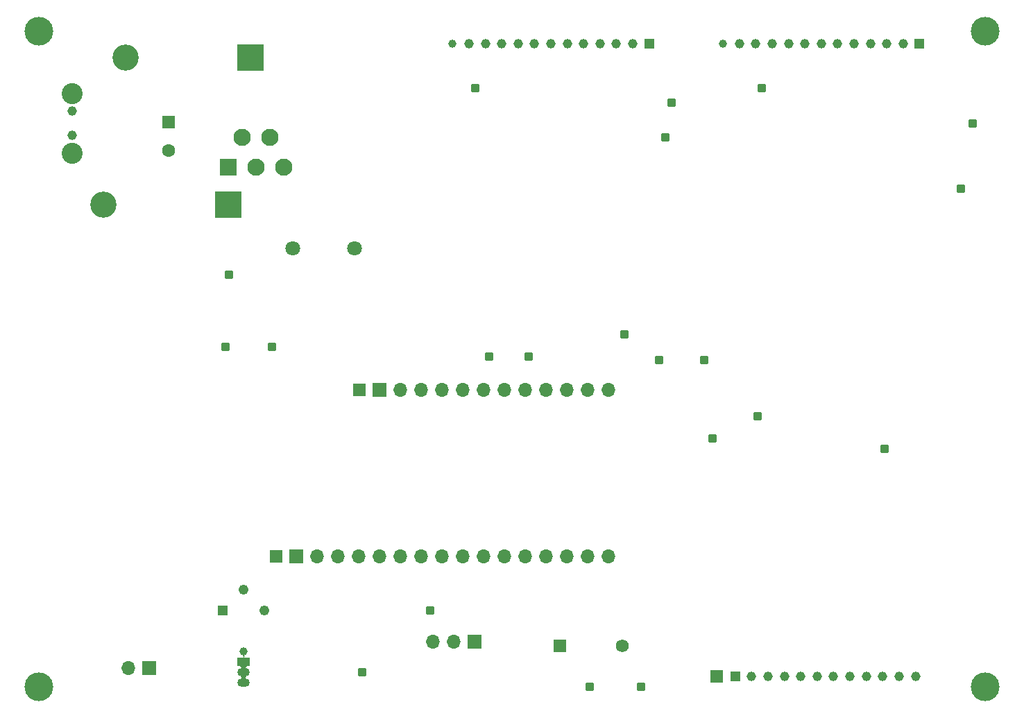
<source format=gbs>
%TF.GenerationSoftware,KiCad,Pcbnew,(6.0.4)*%
%TF.CreationDate,2022-05-08T16:00:54-07:00*%
%TF.ProjectId,lta-logic-module,6c74612d-6c6f-4676-9963-2d6d6f64756c,rev?*%
%TF.SameCoordinates,PX1042990PY10b0760*%
%TF.FileFunction,Soldermask,Bot*%
%TF.FilePolarity,Negative*%
%FSLAX46Y46*%
G04 Gerber Fmt 4.6, Leading zero omitted, Abs format (unit mm)*
G04 Created by KiCad (PCBNEW (6.0.4)) date 2022-05-08 16:00:54*
%MOMM*%
%LPD*%
G01*
G04 APERTURE LIST*
G04 Aperture macros list*
%AMRoundRect*
0 Rectangle with rounded corners*
0 $1 Rounding radius*
0 $2 $3 $4 $5 $6 $7 $8 $9 X,Y pos of 4 corners*
0 Add a 4 corners polygon primitive as box body*
4,1,4,$2,$3,$4,$5,$6,$7,$8,$9,$2,$3,0*
0 Add four circle primitives for the rounded corners*
1,1,$1+$1,$2,$3*
1,1,$1+$1,$4,$5*
1,1,$1+$1,$6,$7*
1,1,$1+$1,$8,$9*
0 Add four rect primitives between the rounded corners*
20,1,$1+$1,$2,$3,$4,$5,0*
20,1,$1+$1,$4,$5,$6,$7,0*
20,1,$1+$1,$6,$7,$8,$9,0*
20,1,$1+$1,$8,$9,$2,$3,0*%
G04 Aperture macros list end*
%ADD10C,1.000000*%
%ADD11R,1.500000X1.500000*%
%ADD12RoundRect,0.100000X-0.400000X-0.400000X0.400000X-0.400000X0.400000X0.400000X-0.400000X0.400000X0*%
%ADD13C,1.800000*%
%ADD14RoundRect,0.100000X-0.400000X0.400000X-0.400000X-0.400000X0.400000X-0.400000X0.400000X0.400000X0*%
%ADD15R,1.222000X1.222000*%
%ADD16C,1.222000*%
%ADD17R,1.500000X1.050000*%
%ADD18O,1.500000X1.050000*%
%ADD19C,3.500000*%
%ADD20R,1.150000X1.150000*%
%ADD21C,1.150000*%
%ADD22R,3.200000X3.200000*%
%ADD23O,3.200000X3.200000*%
%ADD24R,1.580000X1.580000*%
%ADD25C,1.580000*%
%ADD26R,1.600000X1.600000*%
%ADD27C,1.600000*%
%ADD28R,1.700000X1.700000*%
%ADD29O,1.700000X1.700000*%
%ADD30C,1.170000*%
%ADD31C,2.560000*%
%ADD32R,2.100000X2.100000*%
%ADD33C,2.100000*%
G04 APERTURE END LIST*
D10*
%TO.C,TP27*%
X29750000Y-80500000D03*
%TD*%
D11*
%TO.C,TP26*%
X87500000Y-83500000D03*
%TD*%
D10*
%TO.C,TP25*%
X55250000Y-6250000D03*
%TD*%
%TO.C,TP24*%
X88250000Y-6250000D03*
%TD*%
D11*
%TO.C,TP23*%
X43850000Y-48500000D03*
%TD*%
%TO.C,TP22*%
X33700000Y-68840000D03*
%TD*%
D12*
%TO.C,TP1*%
X78250000Y-84750000D03*
%TD*%
%TO.C,TP21*%
X86000000Y-44894736D03*
%TD*%
%TO.C,TP19*%
X52500000Y-75500000D03*
%TD*%
%TO.C,TP12*%
X64500000Y-44500000D03*
%TD*%
%TO.C,TP17*%
X92500000Y-51750000D03*
%TD*%
D13*
%TO.C,L1*%
X43250000Y-31250000D03*
X35750000Y-31250000D03*
%TD*%
D12*
%TO.C,TP9*%
X28000000Y-34500000D03*
%TD*%
D14*
%TO.C,TP14*%
X93000000Y-11750000D03*
%TD*%
D15*
%TO.C,RV1*%
X27210000Y-75500000D03*
D16*
X29750000Y-72960000D03*
X32290000Y-75500000D03*
%TD*%
D12*
%TO.C,TP2*%
X33250000Y-43250000D03*
%TD*%
%TO.C,TP6*%
X27500000Y-43250000D03*
%TD*%
%TO.C,TP20*%
X44250000Y-83000000D03*
%TD*%
D17*
%TO.C,Q2*%
X29750000Y-81750000D03*
D18*
X29750000Y-83020000D03*
X29750000Y-84290000D03*
%TD*%
D12*
%TO.C,TP4*%
X72000000Y-84750000D03*
%TD*%
D19*
%TO.C,H1*%
X4750000Y-84750000D03*
%TD*%
D20*
%TO.C,J3*%
X112250001Y-6250000D03*
D21*
X110250000Y-6250000D03*
X108250001Y-6250000D03*
X106250000Y-6250000D03*
X104250002Y-6250000D03*
X102250001Y-6250000D03*
X100250002Y-6250000D03*
X98250001Y-6250000D03*
X96250000Y-6250000D03*
X94250001Y-6250000D03*
X92250000Y-6250000D03*
X90250002Y-6250000D03*
%TD*%
D22*
%TO.C,D1*%
X30620000Y-8000000D03*
D23*
X15380000Y-8000000D03*
%TD*%
D24*
%TO.C,SW1*%
X68390000Y-79750000D03*
D25*
X76010000Y-79750000D03*
%TD*%
D12*
%TO.C,TP13*%
X81250000Y-17750000D03*
%TD*%
%TO.C,TP16*%
X87000000Y-54500000D03*
%TD*%
%TO.C,TP3*%
X118750000Y-16000000D03*
%TD*%
%TO.C,TP18*%
X108000000Y-55750000D03*
%TD*%
D22*
%TO.C,D2*%
X27850000Y-25950000D03*
D23*
X12610000Y-25950000D03*
%TD*%
D20*
%TO.C,J2*%
X89750001Y-83500000D03*
D21*
X91750002Y-83500000D03*
X93750001Y-83500000D03*
X95750002Y-83500000D03*
X97750000Y-83500000D03*
X99750001Y-83500000D03*
X101750000Y-83500000D03*
X103750001Y-83500000D03*
X105750002Y-83500000D03*
X107750001Y-83500000D03*
X109750002Y-83500000D03*
X111750000Y-83500000D03*
%TD*%
D14*
%TO.C,TP10*%
X58000000Y-11750000D03*
%TD*%
D19*
%TO.C,H3*%
X120250000Y-4750000D03*
%TD*%
D12*
%TO.C,TP15*%
X117250000Y-24000000D03*
%TD*%
D26*
%TO.C,C5*%
X20600000Y-15850000D03*
D27*
X20600000Y-19350000D03*
%TD*%
D28*
%TO.C,JP1*%
X57950000Y-79249999D03*
D29*
X55410000Y-79249999D03*
X52870000Y-79249999D03*
%TD*%
D19*
%TO.C,H2*%
X120250000Y-84750000D03*
%TD*%
D12*
%TO.C,TP11*%
X59750000Y-44500000D03*
%TD*%
%TO.C,TP8*%
X76250000Y-41750000D03*
%TD*%
D19*
%TO.C,H4*%
X4750000Y-4750000D03*
%TD*%
D30*
%TO.C,J1*%
X8836499Y-14500002D03*
X8836499Y-17500001D03*
D31*
X8836499Y-12350004D03*
X8836499Y-19649999D03*
%TD*%
D20*
%TO.C,J4*%
X79250000Y-6250000D03*
D21*
X77249999Y-6250000D03*
X75250000Y-6250000D03*
X73249999Y-6250000D03*
X71250001Y-6250000D03*
X69250000Y-6250000D03*
X67250001Y-6250000D03*
X65250000Y-6250000D03*
X63249999Y-6250000D03*
X61250000Y-6250000D03*
X59249999Y-6250000D03*
X57250001Y-6250000D03*
%TD*%
D28*
%TO.C,Q1*%
X18250000Y-82500000D03*
D29*
X15710000Y-82500000D03*
%TD*%
D28*
%TO.C,U1*%
X36200000Y-68835000D03*
D29*
X38740000Y-68835000D03*
X41280000Y-68835000D03*
X43820000Y-68835000D03*
X46360000Y-68835000D03*
X48900000Y-68835000D03*
X51440000Y-68835000D03*
X53980000Y-68835000D03*
X56520000Y-68835000D03*
X59060000Y-68835000D03*
X61600000Y-68835000D03*
X64140000Y-68835000D03*
X66680000Y-68835000D03*
X69220000Y-68835000D03*
X71760000Y-68835000D03*
X74300000Y-68835000D03*
X74300000Y-48515000D03*
X71760000Y-48515000D03*
X69220000Y-48515000D03*
X66680000Y-48515000D03*
X64140000Y-48515000D03*
X61600000Y-48515000D03*
X59060000Y-48515000D03*
X56520000Y-48515000D03*
X53980000Y-48515000D03*
X51440000Y-48515000D03*
X48900000Y-48515000D03*
D28*
X46360000Y-48515000D03*
%TD*%
D12*
%TO.C,TP5*%
X82000000Y-13450000D03*
%TD*%
%TO.C,TP7*%
X80500000Y-44894736D03*
%TD*%
D32*
%TO.C,U2*%
X27850000Y-21400000D03*
D33*
X29550000Y-17700000D03*
X31250000Y-21400000D03*
X32950000Y-17700000D03*
X34650000Y-21400000D03*
%TD*%
G36*
X30108418Y-83525714D02*
G01*
X30108690Y-83527696D01*
X30107574Y-83528799D01*
X30106049Y-83529403D01*
X30105564Y-83529528D01*
X30079398Y-83532834D01*
X30015641Y-83560641D01*
X29977204Y-83618254D01*
X29976018Y-83687503D01*
X30012484Y-83746442D01*
X30056508Y-83769994D01*
X30057564Y-83771692D01*
X30056621Y-83773456D01*
X30055007Y-83773678D01*
X30051337Y-83772612D01*
X29974922Y-83767000D01*
X29525132Y-83767000D01*
X29393433Y-83785041D01*
X29391582Y-83784286D01*
X29391310Y-83782304D01*
X29392426Y-83781201D01*
X29393951Y-83780597D01*
X29394436Y-83780472D01*
X29420602Y-83777166D01*
X29484359Y-83749359D01*
X29522796Y-83691746D01*
X29523982Y-83622497D01*
X29487516Y-83563558D01*
X29443492Y-83540006D01*
X29442436Y-83538308D01*
X29443379Y-83536544D01*
X29444993Y-83536322D01*
X29448663Y-83537388D01*
X29525078Y-83543000D01*
X29974868Y-83543000D01*
X30106567Y-83524959D01*
X30108418Y-83525714D01*
G37*
G36*
X30155066Y-82274000D02*
G01*
X30155066Y-82276000D01*
X30153897Y-82276919D01*
X30086885Y-82296595D01*
X30041530Y-82348938D01*
X30031673Y-82417491D01*
X30060436Y-82480473D01*
X30123045Y-82519209D01*
X30168398Y-82530854D01*
X30168865Y-82531038D01*
X30175047Y-82534437D01*
X30176083Y-82536148D01*
X30175119Y-82537901D01*
X30173525Y-82538111D01*
X30051337Y-82502612D01*
X29974922Y-82497000D01*
X29525132Y-82497000D01*
X29388663Y-82515694D01*
X29386812Y-82514939D01*
X29386540Y-82512957D01*
X29387162Y-82512136D01*
X29439016Y-82471677D01*
X29461917Y-82406315D01*
X29445844Y-82338948D01*
X29395866Y-82290929D01*
X29338689Y-82276943D01*
X29337244Y-82275560D01*
X29337719Y-82273617D01*
X29339164Y-82273000D01*
X30153334Y-82273000D01*
X30155066Y-82274000D01*
G37*
G36*
X29670380Y-80991573D02*
G01*
X29811551Y-80994161D01*
X29930083Y-80961845D01*
X29932017Y-80962355D01*
X29932543Y-80964284D01*
X29931508Y-80965562D01*
X29919962Y-80971369D01*
X29919509Y-80971532D01*
X29882350Y-80980042D01*
X29821668Y-81014043D01*
X29789142Y-81075189D01*
X29794839Y-81144212D01*
X29836949Y-81199200D01*
X29902351Y-81222783D01*
X29909587Y-81223001D01*
X29911288Y-81224053D01*
X29911228Y-81226052D01*
X29909527Y-81227000D01*
X29591940Y-81227000D01*
X29590208Y-81226000D01*
X29590208Y-81224000D01*
X29591377Y-81223081D01*
X29658389Y-81203405D01*
X29703744Y-81151062D01*
X29713601Y-81082509D01*
X29684837Y-81019525D01*
X29622858Y-80980954D01*
X29565766Y-80965975D01*
X29565320Y-80965798D01*
X29552756Y-80958976D01*
X29551711Y-80957270D01*
X29552665Y-80955513D01*
X29554306Y-80955309D01*
X29670380Y-80991573D01*
G37*
M02*

</source>
